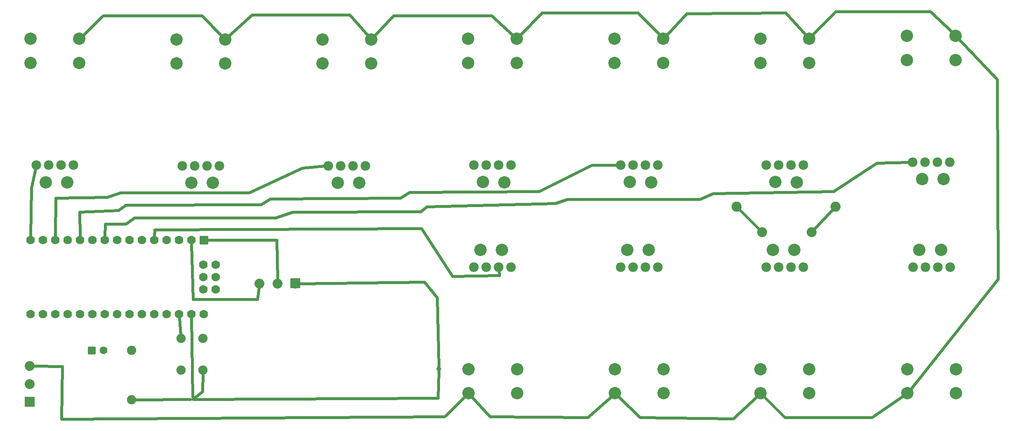
<source format=gbl>
G04 MADE WITH FRITZING*
G04 WWW.FRITZING.ORG*
G04 DOUBLE SIDED*
G04 HOLES PLATED*
G04 CONTOUR ON CENTER OF CONTOUR VECTOR*
%ASAXBY*%
%FSLAX23Y23*%
%MOIN*%
%OFA0B0*%
%SFA1.0B1.0*%
%ADD10C,0.070000*%
%ADD11C,0.100000*%
%ADD12C,0.078000*%
%ADD13C,0.080000*%
%ADD14C,0.039370*%
%ADD15C,0.075000*%
%ADD16C,0.062992*%
%ADD17C,0.082000*%
%ADD18C,0.024000*%
%ADD19C,0.017000*%
%ADD20C,0.015748*%
%ADD21R,0.001000X0.001000*%
%LNCOPPER0*%
G90*
G70*
G54D10*
X1690Y1541D03*
X1590Y1541D03*
X1490Y1541D03*
X1390Y1541D03*
X1290Y1541D03*
X1190Y1541D03*
X1090Y1541D03*
X990Y1541D03*
X890Y1541D03*
X790Y1541D03*
X690Y1541D03*
X590Y1541D03*
X490Y1541D03*
X390Y1541D03*
X290Y1541D03*
X1690Y941D03*
X1590Y941D03*
X1490Y941D03*
X1390Y941D03*
X1290Y941D03*
X1190Y941D03*
X1090Y941D03*
X990Y941D03*
X890Y941D03*
X790Y941D03*
X690Y941D03*
X590Y941D03*
X490Y941D03*
X390Y941D03*
X290Y941D03*
X1786Y1341D03*
X1686Y1341D03*
X1786Y1241D03*
X1686Y1241D03*
X1786Y1141D03*
X1686Y1141D03*
G54D11*
X413Y2009D03*
G54D12*
X338Y2147D03*
X438Y2147D03*
G54D11*
X586Y2009D03*
G54D12*
X538Y2147D03*
X638Y2147D03*
G54D11*
X684Y2974D03*
X684Y3170D03*
X291Y3170D03*
X291Y2974D03*
X1591Y2005D03*
G54D12*
X1517Y2143D03*
X1617Y2143D03*
G54D11*
X1764Y2005D03*
G54D12*
X1717Y2143D03*
X1817Y2143D03*
G54D11*
X1863Y2970D03*
X1863Y3166D03*
X1469Y3166D03*
X1469Y2970D03*
X4100Y1461D03*
G54D12*
X4175Y1323D03*
X4075Y1323D03*
G54D11*
X3927Y1461D03*
G54D12*
X3975Y1323D03*
X3875Y1323D03*
G54D11*
X3829Y496D03*
X3829Y300D03*
X4223Y300D03*
X4223Y496D03*
X6463Y1461D03*
G54D12*
X6537Y1323D03*
X6437Y1323D03*
G54D11*
X6290Y1461D03*
G54D12*
X6337Y1323D03*
X6237Y1323D03*
G54D11*
X6192Y496D03*
X6192Y300D03*
X6585Y300D03*
X6585Y496D03*
X7497Y2034D03*
G54D12*
X7422Y2172D03*
X7522Y2172D03*
G54D11*
X7670Y2034D03*
G54D12*
X7622Y2172D03*
X7722Y2172D03*
G54D11*
X7768Y2999D03*
X7768Y3195D03*
X7374Y3195D03*
X7374Y2999D03*
X5286Y1461D03*
G54D12*
X5360Y1323D03*
X5260Y1323D03*
G54D11*
X5113Y1461D03*
G54D12*
X5160Y1323D03*
X5060Y1323D03*
G54D11*
X5014Y496D03*
X5014Y300D03*
X5408Y300D03*
X5408Y496D03*
X6311Y2010D03*
G54D12*
X6237Y2148D03*
X6337Y2148D03*
G54D11*
X6484Y2009D03*
G54D12*
X6437Y2148D03*
X6537Y2148D03*
G54D11*
X6583Y2975D03*
X6583Y3171D03*
X6189Y3171D03*
X6189Y2975D03*
X7649Y1461D03*
G54D12*
X7723Y1323D03*
X7623Y1323D03*
G54D11*
X7475Y1461D03*
G54D12*
X7523Y1323D03*
X7423Y1323D03*
G54D11*
X7377Y496D03*
X7377Y300D03*
X7771Y300D03*
X7771Y496D03*
X2773Y2005D03*
G54D12*
X2698Y2143D03*
X2798Y2143D03*
G54D11*
X2946Y2004D03*
G54D12*
X2898Y2143D03*
X2998Y2143D03*
G54D11*
X3044Y2970D03*
X3044Y3166D03*
X2651Y3166D03*
X2651Y2970D03*
X5134Y2010D03*
G54D12*
X5060Y2148D03*
X5160Y2148D03*
G54D11*
X5307Y2009D03*
G54D12*
X5260Y2148D03*
X5360Y2148D03*
G54D11*
X5405Y2975D03*
X5405Y3171D03*
X5012Y3171D03*
X5012Y2975D03*
X3948Y2010D03*
G54D12*
X3874Y2148D03*
X3974Y2148D03*
G54D11*
X4122Y2009D03*
G54D12*
X4074Y2148D03*
X4174Y2148D03*
G54D11*
X4220Y2975D03*
X4220Y3171D03*
X3826Y3171D03*
X3826Y2975D03*
G54D13*
X2431Y1189D03*
X2286Y1189D03*
X2142Y1189D03*
X283Y231D03*
X283Y375D03*
X283Y520D03*
G54D14*
X3591Y497D03*
G54D15*
X1106Y647D03*
X1106Y247D03*
G54D16*
X784Y648D03*
X882Y648D03*
G54D15*
X1508Y489D03*
X1508Y745D03*
X1685Y489D03*
X1685Y745D03*
G54D17*
X5996Y1812D03*
X6796Y1812D03*
G54D13*
X6203Y1605D03*
X6603Y1605D03*
G54D18*
X296Y1960D02*
X291Y1570D01*
D02*
X332Y2117D02*
X296Y1960D01*
D02*
X495Y1882D02*
X491Y1570D01*
D02*
X912Y1887D02*
X495Y1882D01*
D02*
X1017Y1924D02*
X912Y1887D01*
D02*
X2058Y1924D02*
X1017Y1924D01*
D02*
X2487Y2124D02*
X2058Y1924D01*
D02*
X2668Y2140D02*
X2487Y2124D01*
D02*
X688Y1769D02*
X690Y1570D01*
D02*
X999Y1780D02*
X688Y1769D01*
D02*
X1062Y1824D02*
X999Y1780D01*
D02*
X2154Y1828D02*
X1062Y1824D01*
D02*
X2228Y1876D02*
X2154Y1828D01*
D02*
X3280Y1883D02*
X2228Y1876D01*
D02*
X3354Y1928D02*
X3280Y1883D01*
D02*
X4400Y1936D02*
X3354Y1928D01*
D02*
X4826Y2148D02*
X4400Y1936D01*
D02*
X5029Y2148D02*
X4826Y2148D01*
D02*
X1062Y1672D02*
X895Y1672D01*
D02*
X895Y1672D02*
X891Y1570D01*
D02*
X1132Y1720D02*
X1062Y1672D01*
D02*
X2269Y1720D02*
X1132Y1720D01*
D02*
X2410Y1769D02*
X2269Y1720D01*
D02*
X3444Y1772D02*
X2410Y1769D01*
D02*
X3493Y1813D02*
X3444Y1772D01*
D02*
X4531Y1838D02*
X3493Y1813D01*
D02*
X4629Y1870D02*
X4531Y1838D01*
D02*
X5700Y1870D02*
X4629Y1870D01*
D02*
X5807Y1919D02*
X5700Y1870D01*
D02*
X6780Y1936D02*
X5807Y1919D01*
D02*
X7131Y2165D02*
X6780Y1936D01*
D02*
X7392Y2171D02*
X7131Y2165D01*
D02*
X3700Y1247D02*
X3451Y1636D01*
D02*
X3451Y1636D02*
X1295Y1624D01*
D02*
X4080Y1255D02*
X3700Y1247D01*
D02*
X1295Y1624D02*
X1292Y1570D01*
D02*
X4077Y1293D02*
X4080Y1255D01*
D02*
X2279Y1542D02*
X1719Y1541D01*
D02*
X2286Y1224D02*
X2279Y1542D01*
D02*
X2123Y1061D02*
X1603Y1061D01*
D02*
X1603Y1061D02*
X1591Y1512D01*
D02*
X2137Y1155D02*
X2123Y1061D01*
D02*
X539Y90D02*
X547Y517D01*
D02*
X547Y517D02*
X318Y520D01*
D02*
X3799Y271D02*
X3638Y113D01*
D02*
X3638Y113D02*
X539Y90D01*
D02*
X4003Y113D02*
X4793Y104D01*
D02*
X4793Y104D02*
X4983Y273D01*
D02*
X3857Y270D02*
X4003Y113D01*
D02*
X5218Y104D02*
X5970Y96D01*
D02*
X5970Y96D02*
X6161Y272D01*
D02*
X5044Y271D02*
X5218Y104D01*
D02*
X6387Y104D02*
X7090Y104D01*
D02*
X7090Y104D02*
X7343Y277D01*
D02*
X6221Y271D02*
X6387Y104D01*
D02*
X7403Y332D02*
X8112Y1224D01*
D02*
X8112Y1224D02*
X8104Y2843D01*
D02*
X8104Y2843D02*
X7797Y3166D01*
D02*
X7564Y3391D02*
X6796Y3391D01*
D02*
X6796Y3391D02*
X6611Y3200D01*
D02*
X7739Y3224D02*
X7564Y3391D01*
D02*
X6395Y3383D02*
X5594Y3375D01*
D02*
X5594Y3375D02*
X5433Y3201D01*
D02*
X6556Y3202D02*
X6395Y3383D01*
D02*
X5202Y3383D02*
X4425Y3383D01*
D02*
X4425Y3383D02*
X4249Y3200D01*
D02*
X5377Y3200D02*
X5202Y3383D01*
D02*
X4016Y3358D02*
X3223Y3358D01*
D02*
X3223Y3358D02*
X3072Y3196D01*
D02*
X4190Y3199D02*
X4016Y3358D01*
D02*
X2872Y3366D02*
X2079Y3366D01*
D02*
X2079Y3366D02*
X1893Y3194D01*
D02*
X3017Y3197D02*
X2872Y3366D01*
D02*
X1678Y3358D02*
X877Y3358D01*
D02*
X877Y3358D02*
X714Y3199D01*
D02*
X1834Y3196D02*
X1678Y3358D01*
D02*
X3583Y261D02*
X1603Y253D01*
D02*
X3590Y478D02*
X3583Y261D01*
D02*
X1584Y253D02*
X1134Y248D01*
D02*
X1602Y272D02*
X1591Y912D01*
D02*
X3591Y516D02*
X3576Y1076D01*
D02*
X3576Y1076D02*
X3475Y1201D01*
D02*
X3475Y1201D02*
X2466Y1189D01*
D02*
X1493Y912D02*
X1505Y773D01*
D02*
X1681Y315D02*
X1684Y460D01*
D02*
X1618Y265D02*
X1681Y315D01*
D02*
X6775Y1789D02*
X6624Y1627D01*
D02*
X6019Y1789D02*
X6181Y1627D01*
G54D19*
X1717Y1515D02*
X1664Y1515D01*
X1664Y1568D01*
X1717Y1568D01*
X1717Y1515D01*
D02*
G54D20*
X807Y625D02*
X760Y625D01*
X760Y672D01*
X807Y672D01*
X807Y625D01*
D02*
G54D21*
X2391Y1230D02*
X2470Y1230D01*
X2391Y1229D02*
X2470Y1229D01*
X2391Y1228D02*
X2470Y1228D01*
X2391Y1227D02*
X2470Y1227D01*
X2391Y1226D02*
X2470Y1226D01*
X2391Y1225D02*
X2470Y1225D01*
X2391Y1224D02*
X2470Y1224D01*
X2391Y1223D02*
X2470Y1223D01*
X2391Y1222D02*
X2470Y1222D01*
X2391Y1221D02*
X2470Y1221D01*
X2391Y1220D02*
X2470Y1220D01*
X2391Y1219D02*
X2470Y1219D01*
X2391Y1218D02*
X2470Y1218D01*
X2391Y1217D02*
X2470Y1217D01*
X2391Y1216D02*
X2470Y1216D01*
X2391Y1215D02*
X2470Y1215D01*
X2391Y1214D02*
X2470Y1214D01*
X2391Y1213D02*
X2424Y1213D01*
X2437Y1213D02*
X2470Y1213D01*
X2391Y1212D02*
X2421Y1212D01*
X2440Y1212D02*
X2470Y1212D01*
X2391Y1211D02*
X2419Y1211D01*
X2442Y1211D02*
X2470Y1211D01*
X2391Y1210D02*
X2417Y1210D01*
X2444Y1210D02*
X2470Y1210D01*
X2391Y1209D02*
X2416Y1209D01*
X2445Y1209D02*
X2470Y1209D01*
X2391Y1208D02*
X2414Y1208D01*
X2447Y1208D02*
X2470Y1208D01*
X2391Y1207D02*
X2413Y1207D01*
X2448Y1207D02*
X2470Y1207D01*
X2391Y1206D02*
X2412Y1206D01*
X2449Y1206D02*
X2470Y1206D01*
X2391Y1205D02*
X2412Y1205D01*
X2449Y1205D02*
X2470Y1205D01*
X2391Y1204D02*
X2411Y1204D01*
X2450Y1204D02*
X2470Y1204D01*
X2391Y1203D02*
X2410Y1203D01*
X2451Y1203D02*
X2470Y1203D01*
X2391Y1202D02*
X2409Y1202D01*
X2451Y1202D02*
X2470Y1202D01*
X2391Y1201D02*
X2409Y1201D01*
X2452Y1201D02*
X2470Y1201D01*
X2391Y1200D02*
X2409Y1200D01*
X2452Y1200D02*
X2470Y1200D01*
X2391Y1199D02*
X2408Y1199D01*
X2453Y1199D02*
X2470Y1199D01*
X2391Y1198D02*
X2408Y1198D01*
X2453Y1198D02*
X2470Y1198D01*
X2391Y1197D02*
X2407Y1197D01*
X2454Y1197D02*
X2470Y1197D01*
X2391Y1196D02*
X2407Y1196D01*
X2454Y1196D02*
X2470Y1196D01*
X2391Y1195D02*
X2407Y1195D01*
X2454Y1195D02*
X2470Y1195D01*
X2391Y1194D02*
X2407Y1194D01*
X2454Y1194D02*
X2470Y1194D01*
X2391Y1193D02*
X2407Y1193D01*
X2454Y1193D02*
X2470Y1193D01*
X2391Y1192D02*
X2406Y1192D01*
X2454Y1192D02*
X2470Y1192D01*
X2391Y1191D02*
X2406Y1191D01*
X2455Y1191D02*
X2470Y1191D01*
X2391Y1190D02*
X2406Y1190D01*
X2455Y1190D02*
X2470Y1190D01*
X2391Y1189D02*
X2406Y1189D01*
X2455Y1189D02*
X2470Y1189D01*
X2391Y1188D02*
X2407Y1188D01*
X2454Y1188D02*
X2470Y1188D01*
X2391Y1187D02*
X2407Y1187D01*
X2454Y1187D02*
X2470Y1187D01*
X2391Y1186D02*
X2407Y1186D01*
X2454Y1186D02*
X2470Y1186D01*
X2391Y1185D02*
X2407Y1185D01*
X2454Y1185D02*
X2470Y1185D01*
X2391Y1184D02*
X2407Y1184D01*
X2454Y1184D02*
X2470Y1184D01*
X2391Y1183D02*
X2408Y1183D01*
X2453Y1183D02*
X2470Y1183D01*
X2391Y1182D02*
X2408Y1182D01*
X2453Y1182D02*
X2470Y1182D01*
X2391Y1181D02*
X2408Y1181D01*
X2453Y1181D02*
X2470Y1181D01*
X2391Y1180D02*
X2409Y1180D01*
X2452Y1180D02*
X2470Y1180D01*
X2391Y1179D02*
X2409Y1179D01*
X2452Y1179D02*
X2470Y1179D01*
X2391Y1178D02*
X2410Y1178D01*
X2451Y1178D02*
X2470Y1178D01*
X2391Y1177D02*
X2410Y1177D01*
X2451Y1177D02*
X2470Y1177D01*
X2391Y1176D02*
X2411Y1176D01*
X2450Y1176D02*
X2470Y1176D01*
X2391Y1175D02*
X2412Y1175D01*
X2449Y1175D02*
X2470Y1175D01*
X2391Y1174D02*
X2413Y1174D01*
X2448Y1174D02*
X2470Y1174D01*
X2391Y1173D02*
X2414Y1173D01*
X2447Y1173D02*
X2470Y1173D01*
X2391Y1172D02*
X2415Y1172D01*
X2446Y1172D02*
X2470Y1172D01*
X2391Y1171D02*
X2416Y1171D01*
X2445Y1171D02*
X2470Y1171D01*
X2391Y1170D02*
X2418Y1170D01*
X2443Y1170D02*
X2470Y1170D01*
X2391Y1169D02*
X2420Y1169D01*
X2441Y1169D02*
X2470Y1169D01*
X2391Y1168D02*
X2422Y1168D01*
X2439Y1168D02*
X2470Y1168D01*
X2391Y1167D02*
X2426Y1167D01*
X2435Y1167D02*
X2470Y1167D01*
X2391Y1166D02*
X2470Y1166D01*
X2391Y1165D02*
X2470Y1165D01*
X2391Y1164D02*
X2470Y1164D01*
X2391Y1163D02*
X2470Y1163D01*
X2391Y1162D02*
X2470Y1162D01*
X2391Y1161D02*
X2470Y1161D01*
X2391Y1160D02*
X2470Y1160D01*
X2391Y1159D02*
X2470Y1159D01*
X2391Y1158D02*
X2470Y1158D01*
X2391Y1157D02*
X2470Y1157D01*
X2391Y1156D02*
X2470Y1156D01*
X2391Y1155D02*
X2470Y1155D01*
X2391Y1154D02*
X2470Y1154D01*
X2391Y1153D02*
X2470Y1153D01*
X2391Y1152D02*
X2470Y1152D01*
X2391Y1151D02*
X2470Y1151D01*
X244Y272D02*
X322Y272D01*
X243Y271D02*
X322Y271D01*
X243Y270D02*
X322Y270D01*
X243Y269D02*
X322Y269D01*
X243Y268D02*
X322Y268D01*
X243Y267D02*
X322Y267D01*
X243Y266D02*
X322Y266D01*
X243Y265D02*
X322Y265D01*
X243Y264D02*
X322Y264D01*
X243Y263D02*
X322Y263D01*
X243Y262D02*
X322Y262D01*
X243Y261D02*
X322Y261D01*
X243Y260D02*
X322Y260D01*
X243Y259D02*
X322Y259D01*
X243Y258D02*
X322Y258D01*
X243Y257D02*
X322Y257D01*
X243Y256D02*
X322Y256D01*
X243Y255D02*
X277Y255D01*
X288Y255D02*
X322Y255D01*
X243Y254D02*
X274Y254D01*
X292Y254D02*
X322Y254D01*
X243Y253D02*
X272Y253D01*
X294Y253D02*
X322Y253D01*
X243Y252D02*
X270Y252D01*
X296Y252D02*
X322Y252D01*
X243Y251D02*
X268Y251D01*
X297Y251D02*
X322Y251D01*
X243Y250D02*
X267Y250D01*
X299Y250D02*
X322Y250D01*
X243Y249D02*
X266Y249D01*
X300Y249D02*
X322Y249D01*
X243Y248D02*
X265Y248D01*
X301Y248D02*
X322Y248D01*
X243Y247D02*
X264Y247D01*
X302Y247D02*
X322Y247D01*
X243Y246D02*
X263Y246D01*
X302Y246D02*
X322Y246D01*
X243Y245D02*
X263Y245D01*
X303Y245D02*
X322Y245D01*
X243Y244D02*
X262Y244D01*
X304Y244D02*
X322Y244D01*
X243Y243D02*
X261Y243D01*
X304Y243D02*
X322Y243D01*
X243Y242D02*
X261Y242D01*
X305Y242D02*
X322Y242D01*
X243Y241D02*
X260Y241D01*
X305Y241D02*
X322Y241D01*
X243Y240D02*
X260Y240D01*
X305Y240D02*
X322Y240D01*
X243Y239D02*
X260Y239D01*
X306Y239D02*
X322Y239D01*
X243Y238D02*
X259Y238D01*
X306Y238D02*
X322Y238D01*
X243Y237D02*
X259Y237D01*
X306Y237D02*
X322Y237D01*
X243Y236D02*
X259Y236D01*
X307Y236D02*
X322Y236D01*
X243Y235D02*
X259Y235D01*
X307Y235D02*
X322Y235D01*
X243Y234D02*
X259Y234D01*
X307Y234D02*
X322Y234D01*
X243Y233D02*
X259Y233D01*
X307Y233D02*
X322Y233D01*
X243Y232D02*
X259Y232D01*
X307Y232D02*
X322Y232D01*
X243Y231D02*
X259Y231D01*
X307Y231D02*
X322Y231D01*
X243Y230D02*
X259Y230D01*
X307Y230D02*
X322Y230D01*
X243Y229D02*
X259Y229D01*
X307Y229D02*
X322Y229D01*
X243Y228D02*
X259Y228D01*
X307Y228D02*
X322Y228D01*
X243Y227D02*
X259Y227D01*
X306Y227D02*
X322Y227D01*
X243Y226D02*
X259Y226D01*
X306Y226D02*
X322Y226D01*
X243Y225D02*
X260Y225D01*
X306Y225D02*
X322Y225D01*
X243Y224D02*
X260Y224D01*
X305Y224D02*
X322Y224D01*
X243Y223D02*
X260Y223D01*
X305Y223D02*
X322Y223D01*
X243Y222D02*
X261Y222D01*
X305Y222D02*
X322Y222D01*
X243Y221D02*
X261Y221D01*
X304Y221D02*
X322Y221D01*
X243Y220D02*
X262Y220D01*
X304Y220D02*
X322Y220D01*
X243Y219D02*
X263Y219D01*
X303Y219D02*
X322Y219D01*
X243Y218D02*
X263Y218D01*
X302Y218D02*
X322Y218D01*
X243Y217D02*
X264Y217D01*
X302Y217D02*
X322Y217D01*
X243Y216D02*
X265Y216D01*
X301Y216D02*
X322Y216D01*
X243Y215D02*
X266Y215D01*
X300Y215D02*
X322Y215D01*
X243Y214D02*
X267Y214D01*
X299Y214D02*
X322Y214D01*
X243Y213D02*
X268Y213D01*
X297Y213D02*
X322Y213D01*
X243Y212D02*
X270Y212D01*
X296Y212D02*
X322Y212D01*
X243Y211D02*
X272Y211D01*
X294Y211D02*
X322Y211D01*
X243Y210D02*
X274Y210D01*
X292Y210D02*
X322Y210D01*
X243Y209D02*
X277Y209D01*
X288Y209D02*
X322Y209D01*
X243Y208D02*
X322Y208D01*
X243Y207D02*
X322Y207D01*
X243Y206D02*
X322Y206D01*
X243Y205D02*
X322Y205D01*
X243Y204D02*
X322Y204D01*
X243Y203D02*
X322Y203D01*
X243Y202D02*
X322Y202D01*
X243Y201D02*
X322Y201D01*
X243Y200D02*
X322Y200D01*
X243Y199D02*
X322Y199D01*
X243Y198D02*
X322Y198D01*
X243Y197D02*
X322Y197D01*
X243Y196D02*
X322Y196D01*
X243Y195D02*
X322Y195D01*
X243Y194D02*
X322Y194D01*
X243Y193D02*
X322Y193D01*
D02*
G04 End of Copper0*
M02*
</source>
